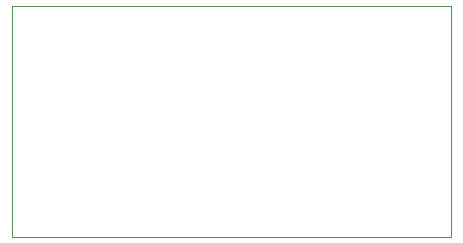
<source format=gbr>
%TF.GenerationSoftware,KiCad,Pcbnew,(6.0.2)*%
%TF.CreationDate,2022-03-29T22:09:09+08:00*%
%TF.ProjectId,CH340-USB-C,43483334-302d-4555-9342-2d432e6b6963,rev?*%
%TF.SameCoordinates,Original*%
%TF.FileFunction,Profile,NP*%
%FSLAX46Y46*%
G04 Gerber Fmt 4.6, Leading zero omitted, Abs format (unit mm)*
G04 Created by KiCad (PCBNEW (6.0.2)) date 2022-03-29 22:09:09*
%MOMM*%
%LPD*%
G01*
G04 APERTURE LIST*
%TA.AperFunction,Profile*%
%ADD10C,0.100000*%
%TD*%
G04 APERTURE END LIST*
D10*
X62930000Y-88450000D02*
X100170000Y-88450000D01*
X100170000Y-88450000D02*
X100170000Y-107940000D01*
X100170000Y-107940000D02*
X62930000Y-107940000D01*
X62930000Y-107940000D02*
X62930000Y-88450000D01*
M02*

</source>
